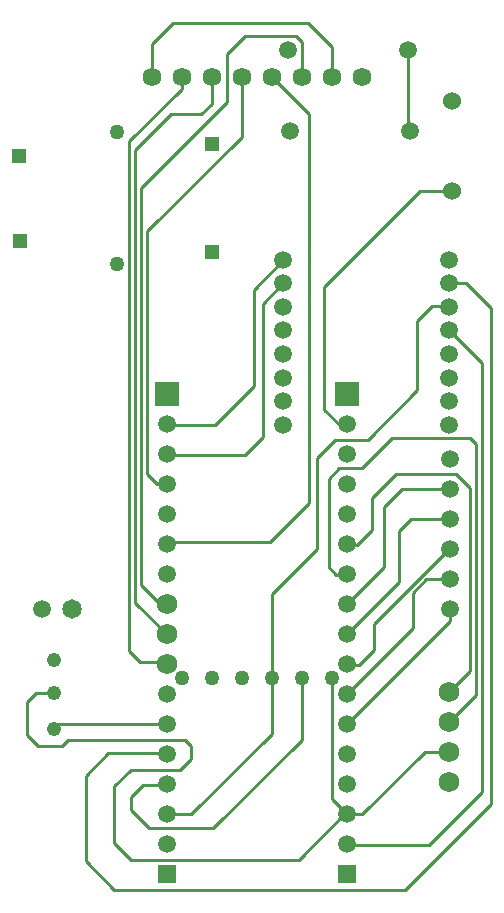
<source format=gtl>
G04 Layer: TopLayer*
G04 EasyEDA v6.5.47, 2024-09-14 10:47:09*
G04 f333e6e274dc4bcb9767f93c96cd8ca8,df7e7e3c38a3447abd37b529b333d242,10*
G04 Gerber Generator version 0.2*
G04 Scale: 100 percent, Rotated: No, Reflected: No *
G04 Dimensions in millimeters *
G04 leading zeros omitted , absolute positions ,4 integer and 5 decimal *
%FSLAX45Y45*%
%MOMM*%

%ADD10C,0.2540*%
%ADD11C,1.5000*%
%ADD12C,1.5900*%
%ADD13C,1.2600*%
%ADD14R,1.2600X1.2600*%
%ADD15C,1.5240*%
%ADD16C,1.2116*%
%ADD17C,1.6510*%
%ADD18C,1.7500*%
%ADD19C,1.7500*%
%ADD20R,2.0000X2.0000*%
%ADD21R,1.5000X1.5000*%

%LPD*%
D10*
X1879600Y1551942D02*
G01*
X1612900Y1818642D01*
X1612900Y5651500D01*
X1917700Y5956300D01*
X2171700Y5956300D01*
X2260600Y6045200D01*
X2260600Y6271691D01*
X3937000Y5816600D02*
G01*
X3924300Y5829300D01*
X3924300Y6502400D01*
X3276600Y6271768D02*
G01*
X3276600Y6527800D01*
X3073400Y6731000D01*
X1930400Y6731000D01*
X1752600Y6553200D01*
X1752600Y6271768D01*
X1879600Y2313939D02*
G01*
X1902460Y2336800D01*
X2755900Y2336800D01*
X3086100Y2667000D01*
X3086100Y5956300D01*
X2768600Y6271768D01*
X1879600Y1805939D02*
G01*
X1826260Y1805939D01*
X1663700Y1968500D01*
X1663700Y5334000D01*
X2387600Y6057900D01*
X2387600Y6464300D01*
X2540000Y6616700D01*
X2971800Y6616700D01*
X3022600Y6565900D01*
X3022600Y6271768D01*
X2006600Y6271691D02*
G01*
X2006600Y6172200D01*
X1562100Y5727700D01*
X1562100Y1409700D01*
X1651000Y1320800D01*
X1856742Y1320800D01*
X1879600Y1297942D01*
X2514600Y6271768D02*
G01*
X2514600Y5765800D01*
X1714500Y4965700D01*
X1714500Y2908300D01*
X1800860Y2821939D01*
X1879600Y2821939D01*
X927100Y749300D02*
G01*
X967790Y789990D01*
X1879600Y789990D01*
X2868701Y4725898D02*
G01*
X2868701Y4722901D01*
X2616200Y4470400D01*
X2616200Y3657600D01*
X2286000Y3327400D01*
X1882190Y3327400D01*
X1879600Y3329990D01*
X2868701Y4525898D02*
G01*
X2692400Y4349597D01*
X2692400Y3225800D01*
X2540000Y3073400D01*
X1882190Y3073400D01*
X1879600Y3075990D01*
X1854200Y1841500D02*
G01*
X1892300Y1841500D01*
X4279900Y1765300D02*
G01*
X4279900Y1666300D01*
X3403600Y790000D01*
X3403600Y1044000D02*
G01*
X3962400Y1602800D01*
X3962400Y1905000D01*
X4076700Y2019300D01*
X4279900Y2019300D01*
X4279900Y2273300D02*
G01*
X4267200Y2273300D01*
X3632200Y1638300D01*
X3632200Y1422400D01*
X3505200Y1295400D01*
X3406200Y1295400D01*
X3403600Y1298000D01*
X3403600Y1552000D02*
G01*
X3848100Y1996500D01*
X3848100Y2425700D01*
X3949700Y2527300D01*
X4279900Y2527300D01*
X3403600Y1806000D02*
G01*
X3721100Y2123500D01*
X3721100Y2628900D01*
X3873500Y2781300D01*
X4279900Y2781300D01*
X4267200Y1066800D02*
G01*
X4445000Y1244600D01*
X4445000Y2794000D01*
X4330700Y2908300D01*
X3822700Y2908300D01*
X3619500Y2705100D01*
X3619500Y2438400D01*
X3492500Y2311400D01*
X3406200Y2311400D01*
X3403600Y2314000D01*
X3403600Y28000D02*
G01*
X3533200Y28000D01*
X4064000Y558800D01*
X4267200Y558800D01*
X1879600Y28000D02*
G01*
X2085400Y28000D01*
X2768600Y711200D01*
X2768600Y1181988D01*
X3403600Y3330000D02*
G01*
X3337499Y3330000D01*
X3213100Y3454400D01*
X3213100Y4495800D01*
X4025900Y5308600D01*
X4292600Y5308600D01*
X4267200Y812800D02*
G01*
X4495800Y1041400D01*
X4495800Y3162300D01*
X4445000Y3213100D01*
X3784600Y3213100D01*
X3530600Y2959100D01*
X3340100Y2959100D01*
X3251200Y2870200D01*
X3251200Y2120900D01*
X3314700Y2057400D01*
X3400999Y2057400D01*
X3403600Y2060000D01*
X3403600Y28000D02*
G01*
X3276600Y155000D01*
X3276600Y1181988D01*
X3022600Y1181988D02*
G01*
X3022600Y660400D01*
X2273300Y-88900D01*
X1727200Y-88900D01*
X1574800Y63500D01*
X1574800Y177800D01*
X1676400Y279400D01*
X1876999Y279400D01*
X1879600Y282000D01*
X3403600Y28000D02*
G01*
X3380800Y28000D01*
X2997200Y-355600D01*
X1574800Y-355600D01*
X1435100Y-215900D01*
X1435100Y266700D01*
X1574800Y406400D01*
X1993900Y406400D01*
X2082800Y495300D01*
X2082800Y609600D01*
X2032000Y660400D01*
X1041400Y660400D01*
X990600Y609600D01*
X787400Y609600D01*
X698500Y698500D01*
X698500Y977900D01*
X774700Y1054100D01*
X927100Y1054100D01*
X4268724Y4125976D02*
G01*
X4546600Y3848100D01*
X4546600Y215900D01*
X4102100Y-228600D01*
X3406140Y-228600D01*
X3403600Y-226060D01*
X2768600Y1181862D02*
G01*
X2768600Y1892300D01*
X3149600Y2273300D01*
X3149600Y3048000D01*
X3302000Y3200400D01*
X3581400Y3200400D01*
X4000500Y3619500D01*
X4000500Y4127754D01*
X4000500Y4203700D01*
X4127500Y4330700D01*
X4263897Y4330700D01*
X4268724Y4325873D01*
X4268724Y4526026D02*
G01*
X4414774Y4526026D01*
X4622800Y4318000D01*
X4622800Y114300D01*
X3898900Y-609600D01*
X1435100Y-609600D01*
X1193800Y-368300D01*
X1193800Y355600D01*
X1384300Y546100D01*
X1869439Y546100D01*
X1879600Y535939D01*
D11*
G01*
X2868701Y3325901D03*
G01*
X2868701Y3525901D03*
G01*
X2868701Y3725900D03*
G01*
X2868701Y3925900D03*
G01*
X2868701Y4125899D03*
G01*
X2868701Y4325899D03*
G01*
X2868701Y4525898D03*
G01*
X2868701Y4725898D03*
G01*
X4268698Y4725898D03*
G01*
X4268698Y4525898D03*
G01*
X4268698Y4325899D03*
G01*
X4268698Y4125899D03*
G01*
X4268698Y3925900D03*
G01*
X4268698Y3725900D03*
G01*
X4268698Y3525901D03*
G01*
X4268698Y3325901D03*
D12*
G01*
X1752600Y6271691D03*
G01*
X2006600Y6271691D03*
G01*
X2260600Y6271691D03*
G01*
X2514600Y6271691D03*
G01*
X2768600Y6271691D03*
G01*
X3022600Y6271691D03*
G01*
X3276600Y6271691D03*
G01*
X3530600Y6271691D03*
D11*
G01*
X4279900Y1765300D03*
G01*
X4279900Y2019300D03*
G01*
X4279900Y2273300D03*
G01*
X4279900Y2527300D03*
G01*
X4279900Y2781300D03*
G01*
X4279900Y3035300D03*
D13*
G01*
X1460601Y4686300D03*
G01*
X1460601Y5803900D03*
D14*
G01*
X2260600Y4786299D03*
G01*
X2260600Y5703900D03*
G01*
X639394Y4886299D03*
G01*
X633399Y5603900D03*
D15*
G01*
X4292600Y5308600D03*
G01*
X4292600Y6070600D03*
D16*
G01*
X927100Y1333500D03*
G01*
X927100Y1054100D03*
G01*
X927100Y749300D03*
D11*
G01*
X825500Y1765300D03*
D17*
G01*
X1079500Y1765300D03*
D18*
G01*
X4267200Y1066800D03*
G01*
X4267200Y812800D03*
G01*
X4267200Y558800D03*
G01*
X4267200Y304800D03*
D13*
G01*
X2006600Y1181988D03*
G01*
X2260600Y1181988D03*
G01*
X2514600Y1181988D03*
G01*
X2768600Y1181988D03*
G01*
X3022600Y1181988D03*
G01*
X3276600Y1181988D03*
D11*
G01*
X2908300Y6502400D03*
G01*
X3924300Y6502400D03*
G01*
X3937000Y5816600D03*
G01*
X2921000Y5816600D03*
G01*
X1879600Y3329990D03*
G01*
X1879600Y3075990D03*
G01*
X1879600Y2821990D03*
G01*
X1879600Y2567990D03*
G01*
X1879600Y2313990D03*
G01*
X1879600Y2059990D03*
D19*
G01*
X1879600Y1805990D03*
G01*
X1879600Y1551990D03*
G01*
X1879600Y1297990D03*
D11*
G01*
X1879600Y1043990D03*
G01*
X1879600Y789990D03*
G01*
X1879600Y535990D03*
G01*
X1879600Y281990D03*
G01*
X1879600Y27990D03*
G01*
X1879600Y-226009D03*
G01*
X3403600Y-226009D03*
G01*
X3403600Y27990D03*
G01*
X3403600Y281990D03*
G01*
X3403600Y535990D03*
G01*
X3403600Y789990D03*
G01*
X3403600Y1043990D03*
G01*
X3403600Y1297990D03*
G01*
X3403600Y1551990D03*
G01*
X3403600Y1805990D03*
G01*
X3403600Y2059990D03*
G01*
X3403600Y2313990D03*
G01*
X3403600Y2567990D03*
G01*
X3403600Y2821990D03*
G01*
X3403600Y3075990D03*
G01*
X3403600Y3329990D03*
D20*
G01*
X3403600Y3583990D03*
G01*
X1879600Y3583990D03*
D21*
G01*
X1879600Y-480009D03*
G01*
X3403600Y-480009D03*
M02*

</source>
